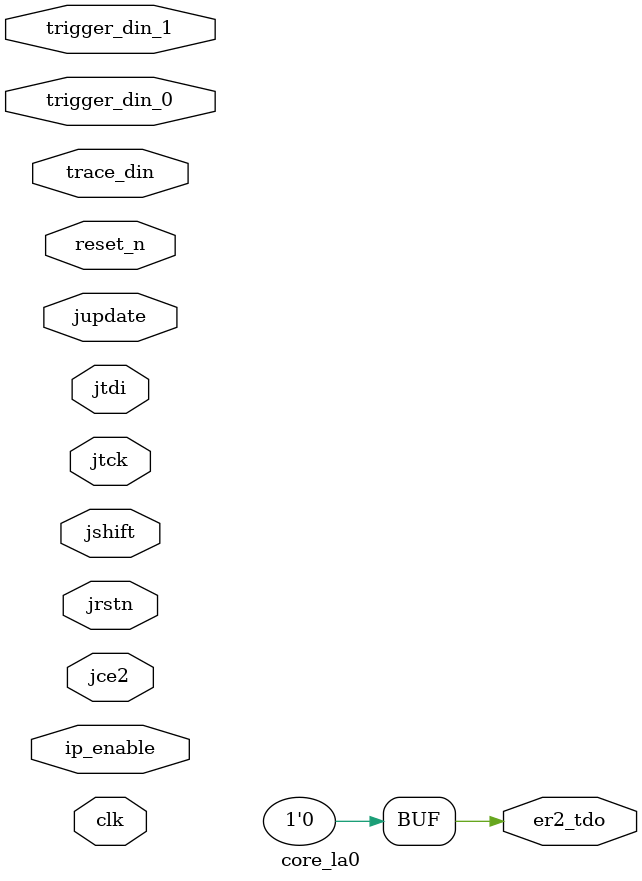
<source format=v>

/* WARNING - Changes to this file should be performed by re-running IPexpress
or modifying the .LPC file and regenerating the core.  Other changes may lead
to inconsistent simulation and/or implemenation results */

module core_la0 (
    clk,
    reset_n,
    jtck,
    jrstn,
    jce2,
    jtdi,
    er2_tdo,
    jshift,
    jupdate,
    trigger_din_0,
    trigger_din_1,
    trace_din,
    ip_enable
);

// PARAMETERS DEFINED BY USER
localparam NUM_TRACE_SIGNALS   = 12;
localparam NUM_TRIGGER_SIGNALS = 2;
localparam INCLUDE_TRIG_DATA   = 0;
localparam NUM_TU_BITS_0       = 1;
localparam NUM_TU_BITS_1       = 1;

input  clk;
input  reset_n;
input  jtck;
input  jrstn;
input  jce2;
input  jtdi;
output er2_tdo;
input  jshift;
input  jupdate;
input  [NUM_TU_BITS_0 -1:0] trigger_din_0;
input  [NUM_TU_BITS_1 -1:0] trigger_din_1;
input  [NUM_TRACE_SIGNALS + (NUM_TRIGGER_SIGNALS * INCLUDE_TRIG_DATA) -1:0] trace_din;
input  ip_enable;

assign er2_tdo = 1'b0;

endmodule

</source>
